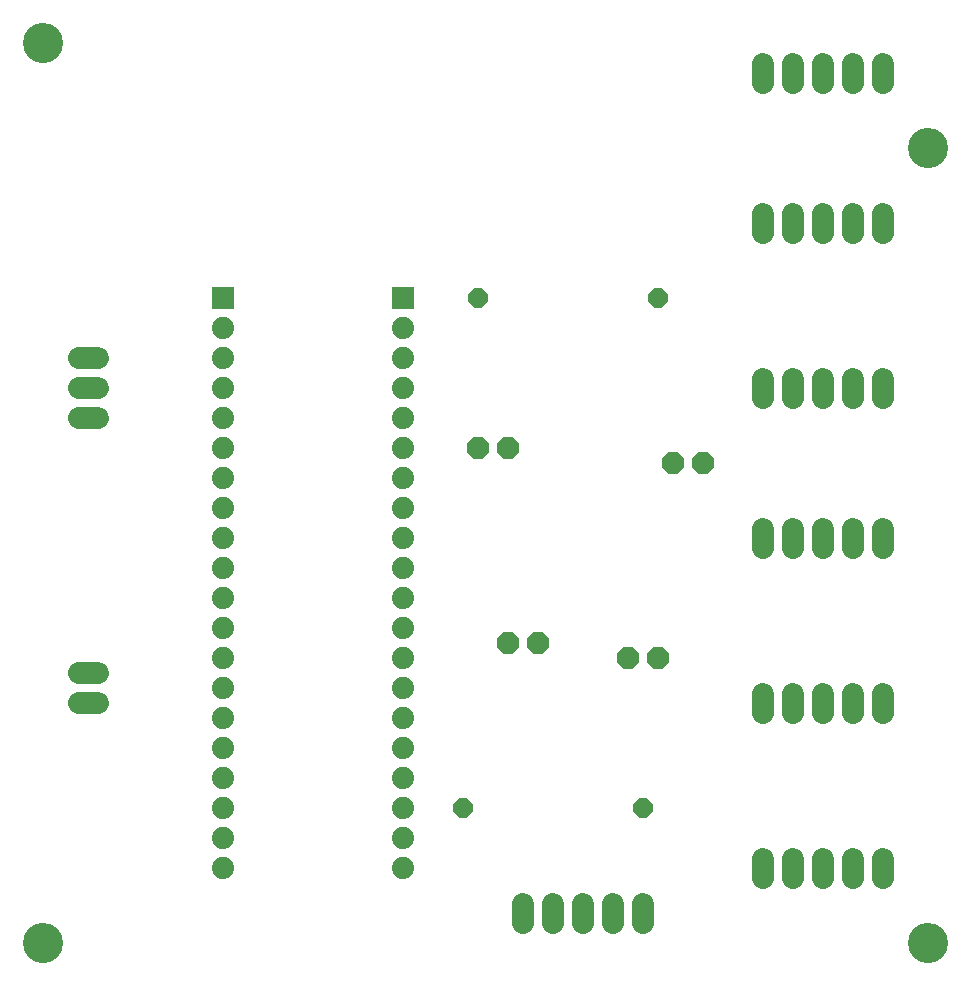
<source format=gbs>
G75*
%MOIN*%
%OFA0B0*%
%FSLAX25Y25*%
%IPPOS*%
%LPD*%
%AMOC8*
5,1,8,0,0,1.08239X$1,22.5*
%
%ADD10C,0.13398*%
%ADD11R,0.07400X0.07400*%
%ADD12C,0.07400*%
%ADD13OC8,0.07100*%
%ADD14OC8,0.06400*%
%ADD15C,0.07200*%
D10*
X0021000Y0021000D03*
X0316000Y0021000D03*
X0316000Y0286000D03*
X0021000Y0321000D03*
D11*
X0081000Y0236000D03*
X0141000Y0236000D03*
D12*
X0141000Y0226000D03*
X0141000Y0216000D03*
X0141000Y0206000D03*
X0141000Y0196000D03*
X0141000Y0186000D03*
X0141000Y0176000D03*
X0141000Y0166000D03*
X0141000Y0156000D03*
X0141000Y0146000D03*
X0141000Y0136000D03*
X0141000Y0126000D03*
X0141000Y0116000D03*
X0141000Y0106000D03*
X0141000Y0096000D03*
X0141000Y0086000D03*
X0141000Y0076000D03*
X0141000Y0066000D03*
X0141000Y0056000D03*
X0141000Y0046000D03*
X0081000Y0046000D03*
X0081000Y0056000D03*
X0081000Y0066000D03*
X0081000Y0076000D03*
X0081000Y0086000D03*
X0081000Y0096000D03*
X0081000Y0106000D03*
X0081000Y0116000D03*
X0081000Y0126000D03*
X0081000Y0136000D03*
X0081000Y0146000D03*
X0081000Y0156000D03*
X0081000Y0166000D03*
X0081000Y0176000D03*
X0081000Y0186000D03*
X0081000Y0196000D03*
X0081000Y0206000D03*
X0081000Y0216000D03*
X0081000Y0226000D03*
D13*
X0166000Y0186000D03*
X0176000Y0186000D03*
X0231000Y0181000D03*
X0241000Y0181000D03*
X0186000Y0121000D03*
X0176000Y0121000D03*
X0216000Y0116000D03*
X0226000Y0116000D03*
D14*
X0221000Y0066000D03*
X0161000Y0066000D03*
X0166000Y0236000D03*
X0226000Y0236000D03*
D15*
X0261000Y0257800D02*
X0261000Y0264200D01*
X0271000Y0264200D02*
X0271000Y0257800D01*
X0281000Y0257800D02*
X0281000Y0264200D01*
X0291000Y0264200D02*
X0291000Y0257800D01*
X0301000Y0257800D02*
X0301000Y0264200D01*
X0301000Y0307800D02*
X0301000Y0314200D01*
X0291000Y0314200D02*
X0291000Y0307800D01*
X0281000Y0307800D02*
X0281000Y0314200D01*
X0271000Y0314200D02*
X0271000Y0307800D01*
X0261000Y0307800D02*
X0261000Y0314200D01*
X0261000Y0209200D02*
X0261000Y0202800D01*
X0271000Y0202800D02*
X0271000Y0209200D01*
X0281000Y0209200D02*
X0281000Y0202800D01*
X0291000Y0202800D02*
X0291000Y0209200D01*
X0301000Y0209200D02*
X0301000Y0202800D01*
X0301000Y0159200D02*
X0301000Y0152800D01*
X0291000Y0152800D02*
X0291000Y0159200D01*
X0281000Y0159200D02*
X0281000Y0152800D01*
X0271000Y0152800D02*
X0271000Y0159200D01*
X0261000Y0159200D02*
X0261000Y0152800D01*
X0261000Y0104200D02*
X0261000Y0097800D01*
X0271000Y0097800D02*
X0271000Y0104200D01*
X0281000Y0104200D02*
X0281000Y0097800D01*
X0291000Y0097800D02*
X0291000Y0104200D01*
X0301000Y0104200D02*
X0301000Y0097800D01*
X0301000Y0049200D02*
X0301000Y0042800D01*
X0291000Y0042800D02*
X0291000Y0049200D01*
X0281000Y0049200D02*
X0281000Y0042800D01*
X0271000Y0042800D02*
X0271000Y0049200D01*
X0261000Y0049200D02*
X0261000Y0042800D01*
X0221000Y0034200D02*
X0221000Y0027800D01*
X0211000Y0027800D02*
X0211000Y0034200D01*
X0201000Y0034200D02*
X0201000Y0027800D01*
X0191000Y0027800D02*
X0191000Y0034200D01*
X0181000Y0034200D02*
X0181000Y0027800D01*
X0039200Y0101000D02*
X0032800Y0101000D01*
X0032800Y0111000D02*
X0039200Y0111000D01*
X0039200Y0196000D02*
X0032800Y0196000D01*
X0032800Y0206000D02*
X0039200Y0206000D01*
X0039200Y0216000D02*
X0032800Y0216000D01*
M02*

</source>
